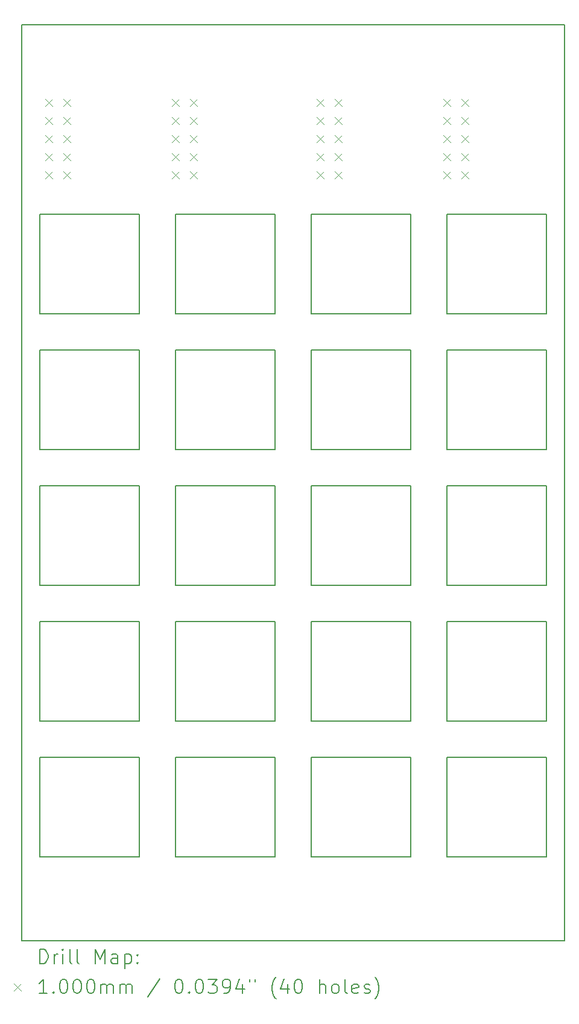
<source format=gbr>
%TF.GenerationSoftware,KiCad,Pcbnew,8.0.6*%
%TF.CreationDate,2024-11-05T14:38:54+11:00*%
%TF.ProjectId,CherrySwitches_3U15HP5x4,43686572-7279-4537-9769-74636865735f,rev?*%
%TF.SameCoordinates,Original*%
%TF.FileFunction,Drillmap*%
%TF.FilePolarity,Positive*%
%FSLAX45Y45*%
G04 Gerber Fmt 4.5, Leading zero omitted, Abs format (unit mm)*
G04 Created by KiCad (PCBNEW 8.0.6) date 2024-11-05 14:38:54*
%MOMM*%
%LPD*%
G01*
G04 APERTURE LIST*
%ADD10C,0.150000*%
%ADD11C,0.200000*%
%ADD12C,0.100000*%
G04 APERTURE END LIST*
D10*
X0Y-242500D02*
X7620000Y-242500D01*
X7620000Y-13092500D01*
X0Y-13092500D01*
X0Y-242500D01*
X5967500Y-8610000D02*
X7367500Y-8610000D01*
X7367500Y-10010000D01*
X5967500Y-10010000D01*
X5967500Y-8610000D01*
X252497Y-4800000D02*
X1652497Y-4800000D01*
X1652497Y-6200000D01*
X252497Y-6200000D01*
X252497Y-4800000D01*
X5967500Y-2895000D02*
X7367500Y-2895000D01*
X7367500Y-4295000D01*
X5967500Y-4295000D01*
X5967500Y-2895000D01*
X252497Y-10515000D02*
X1652497Y-10515000D01*
X1652497Y-11915000D01*
X252497Y-11915000D01*
X252497Y-10515000D01*
X2157500Y-4800000D02*
X3557500Y-4800000D01*
X3557500Y-6200000D01*
X2157500Y-6200000D01*
X2157500Y-4800000D01*
X4062500Y-8610000D02*
X5462500Y-8610000D01*
X5462500Y-10010000D01*
X4062500Y-10010000D01*
X4062500Y-8610000D01*
X4062500Y-2895000D02*
X5462500Y-2895000D01*
X5462500Y-4295000D01*
X4062500Y-4295000D01*
X4062500Y-2895000D01*
X5967500Y-6705000D02*
X7367500Y-6705000D01*
X7367500Y-8105000D01*
X5967500Y-8105000D01*
X5967500Y-6705000D01*
X2157500Y-10515000D02*
X3557500Y-10515000D01*
X3557500Y-11915000D01*
X2157500Y-11915000D01*
X2157500Y-10515000D01*
X5967500Y-4800000D02*
X7367500Y-4800000D01*
X7367500Y-6200000D01*
X5967500Y-6200000D01*
X5967500Y-4800000D01*
X252497Y-2895000D02*
X1652497Y-2895000D01*
X1652497Y-4295000D01*
X252497Y-4295000D01*
X252497Y-2895000D01*
X252497Y-8610000D02*
X1652497Y-8610000D01*
X1652497Y-10010000D01*
X252497Y-10010000D01*
X252497Y-8610000D01*
X4062500Y-6705000D02*
X5462500Y-6705000D01*
X5462500Y-8105000D01*
X4062500Y-8105000D01*
X4062500Y-6705000D01*
X252497Y-6705000D02*
X1652497Y-6705000D01*
X1652497Y-8105000D01*
X252497Y-8105000D01*
X252497Y-6705000D01*
X5967500Y-10515000D02*
X7367500Y-10515000D01*
X7367500Y-11915000D01*
X5967500Y-11915000D01*
X5967500Y-10515000D01*
X2157500Y-6705000D02*
X3557500Y-6705000D01*
X3557500Y-8105000D01*
X2157500Y-8105000D01*
X2157500Y-6705000D01*
X4062500Y-4800000D02*
X5462500Y-4800000D01*
X5462500Y-6200000D01*
X4062500Y-6200000D01*
X4062500Y-4800000D01*
X4062500Y-10515000D02*
X5462500Y-10515000D01*
X5462500Y-11915000D01*
X4062500Y-11915000D01*
X4062500Y-10515000D01*
X2157500Y-2895000D02*
X3557500Y-2895000D01*
X3557500Y-4295000D01*
X2157500Y-4295000D01*
X2157500Y-2895000D01*
X2157500Y-8610000D02*
X3557500Y-8610000D01*
X3557500Y-10010000D01*
X2157500Y-10010000D01*
X2157500Y-8610000D01*
D11*
D12*
X331000Y-1283500D02*
X431000Y-1383500D01*
X431000Y-1283500D02*
X331000Y-1383500D01*
X331000Y-1537500D02*
X431000Y-1637500D01*
X431000Y-1537500D02*
X331000Y-1637500D01*
X331000Y-1791500D02*
X431000Y-1891500D01*
X431000Y-1791500D02*
X331000Y-1891500D01*
X331000Y-2045500D02*
X431000Y-2145500D01*
X431000Y-2045500D02*
X331000Y-2145500D01*
X331000Y-2299500D02*
X431000Y-2399500D01*
X431000Y-2299500D02*
X331000Y-2399500D01*
X585000Y-1283500D02*
X685000Y-1383500D01*
X685000Y-1283500D02*
X585000Y-1383500D01*
X585000Y-1537500D02*
X685000Y-1637500D01*
X685000Y-1537500D02*
X585000Y-1637500D01*
X585000Y-1791500D02*
X685000Y-1891500D01*
X685000Y-1791500D02*
X585000Y-1891500D01*
X585000Y-2045500D02*
X685000Y-2145500D01*
X685000Y-2045500D02*
X585000Y-2145500D01*
X585000Y-2299500D02*
X685000Y-2399500D01*
X685000Y-2299500D02*
X585000Y-2399500D01*
X2109000Y-1283500D02*
X2209000Y-1383500D01*
X2209000Y-1283500D02*
X2109000Y-1383500D01*
X2109000Y-1537500D02*
X2209000Y-1637500D01*
X2209000Y-1537500D02*
X2109000Y-1637500D01*
X2109000Y-1791500D02*
X2209000Y-1891500D01*
X2209000Y-1791500D02*
X2109000Y-1891500D01*
X2109000Y-2045500D02*
X2209000Y-2145500D01*
X2209000Y-2045500D02*
X2109000Y-2145500D01*
X2109000Y-2299500D02*
X2209000Y-2399500D01*
X2209000Y-2299500D02*
X2109000Y-2399500D01*
X2363000Y-1283500D02*
X2463000Y-1383500D01*
X2463000Y-1283500D02*
X2363000Y-1383500D01*
X2363000Y-1537500D02*
X2463000Y-1637500D01*
X2463000Y-1537500D02*
X2363000Y-1637500D01*
X2363000Y-1791500D02*
X2463000Y-1891500D01*
X2463000Y-1791500D02*
X2363000Y-1891500D01*
X2363000Y-2045500D02*
X2463000Y-2145500D01*
X2463000Y-2045500D02*
X2363000Y-2145500D01*
X2363000Y-2299500D02*
X2463000Y-2399500D01*
X2463000Y-2299500D02*
X2363000Y-2399500D01*
X4141000Y-1283500D02*
X4241000Y-1383500D01*
X4241000Y-1283500D02*
X4141000Y-1383500D01*
X4141000Y-1537500D02*
X4241000Y-1637500D01*
X4241000Y-1537500D02*
X4141000Y-1637500D01*
X4141000Y-1791500D02*
X4241000Y-1891500D01*
X4241000Y-1791500D02*
X4141000Y-1891500D01*
X4141000Y-2045500D02*
X4241000Y-2145500D01*
X4241000Y-2045500D02*
X4141000Y-2145500D01*
X4141000Y-2299500D02*
X4241000Y-2399500D01*
X4241000Y-2299500D02*
X4141000Y-2399500D01*
X4395000Y-1283500D02*
X4495000Y-1383500D01*
X4495000Y-1283500D02*
X4395000Y-1383500D01*
X4395000Y-1537500D02*
X4495000Y-1637500D01*
X4495000Y-1537500D02*
X4395000Y-1637500D01*
X4395000Y-1791500D02*
X4495000Y-1891500D01*
X4495000Y-1791500D02*
X4395000Y-1891500D01*
X4395000Y-2045500D02*
X4495000Y-2145500D01*
X4495000Y-2045500D02*
X4395000Y-2145500D01*
X4395000Y-2299500D02*
X4495000Y-2399500D01*
X4495000Y-2299500D02*
X4395000Y-2399500D01*
X5919000Y-1283500D02*
X6019000Y-1383500D01*
X6019000Y-1283500D02*
X5919000Y-1383500D01*
X5919000Y-1537500D02*
X6019000Y-1637500D01*
X6019000Y-1537500D02*
X5919000Y-1637500D01*
X5919000Y-1791500D02*
X6019000Y-1891500D01*
X6019000Y-1791500D02*
X5919000Y-1891500D01*
X5919000Y-2045500D02*
X6019000Y-2145500D01*
X6019000Y-2045500D02*
X5919000Y-2145500D01*
X5919000Y-2299500D02*
X6019000Y-2399500D01*
X6019000Y-2299500D02*
X5919000Y-2399500D01*
X6173000Y-1283500D02*
X6273000Y-1383500D01*
X6273000Y-1283500D02*
X6173000Y-1383500D01*
X6173000Y-1537500D02*
X6273000Y-1637500D01*
X6273000Y-1537500D02*
X6173000Y-1637500D01*
X6173000Y-1791500D02*
X6273000Y-1891500D01*
X6273000Y-1791500D02*
X6173000Y-1891500D01*
X6173000Y-2045500D02*
X6273000Y-2145500D01*
X6273000Y-2045500D02*
X6173000Y-2145500D01*
X6173000Y-2299500D02*
X6273000Y-2399500D01*
X6273000Y-2299500D02*
X6173000Y-2399500D01*
D11*
X253277Y-13411484D02*
X253277Y-13211484D01*
X253277Y-13211484D02*
X300896Y-13211484D01*
X300896Y-13211484D02*
X329467Y-13221008D01*
X329467Y-13221008D02*
X348515Y-13240055D01*
X348515Y-13240055D02*
X358039Y-13259103D01*
X358039Y-13259103D02*
X367562Y-13297198D01*
X367562Y-13297198D02*
X367562Y-13325769D01*
X367562Y-13325769D02*
X358039Y-13363865D01*
X358039Y-13363865D02*
X348515Y-13382912D01*
X348515Y-13382912D02*
X329467Y-13401960D01*
X329467Y-13401960D02*
X300896Y-13411484D01*
X300896Y-13411484D02*
X253277Y-13411484D01*
X453277Y-13411484D02*
X453277Y-13278150D01*
X453277Y-13316246D02*
X462801Y-13297198D01*
X462801Y-13297198D02*
X472324Y-13287674D01*
X472324Y-13287674D02*
X491372Y-13278150D01*
X491372Y-13278150D02*
X510420Y-13278150D01*
X577086Y-13411484D02*
X577086Y-13278150D01*
X577086Y-13211484D02*
X567563Y-13221008D01*
X567563Y-13221008D02*
X577086Y-13230531D01*
X577086Y-13230531D02*
X586610Y-13221008D01*
X586610Y-13221008D02*
X577086Y-13211484D01*
X577086Y-13211484D02*
X577086Y-13230531D01*
X700896Y-13411484D02*
X681848Y-13401960D01*
X681848Y-13401960D02*
X672324Y-13382912D01*
X672324Y-13382912D02*
X672324Y-13211484D01*
X805658Y-13411484D02*
X786610Y-13401960D01*
X786610Y-13401960D02*
X777086Y-13382912D01*
X777086Y-13382912D02*
X777086Y-13211484D01*
X1034229Y-13411484D02*
X1034229Y-13211484D01*
X1034229Y-13211484D02*
X1100896Y-13354341D01*
X1100896Y-13354341D02*
X1167563Y-13211484D01*
X1167563Y-13211484D02*
X1167563Y-13411484D01*
X1348515Y-13411484D02*
X1348515Y-13306722D01*
X1348515Y-13306722D02*
X1338991Y-13287674D01*
X1338991Y-13287674D02*
X1319944Y-13278150D01*
X1319944Y-13278150D02*
X1281848Y-13278150D01*
X1281848Y-13278150D02*
X1262801Y-13287674D01*
X1348515Y-13401960D02*
X1329467Y-13411484D01*
X1329467Y-13411484D02*
X1281848Y-13411484D01*
X1281848Y-13411484D02*
X1262801Y-13401960D01*
X1262801Y-13401960D02*
X1253277Y-13382912D01*
X1253277Y-13382912D02*
X1253277Y-13363865D01*
X1253277Y-13363865D02*
X1262801Y-13344817D01*
X1262801Y-13344817D02*
X1281848Y-13335293D01*
X1281848Y-13335293D02*
X1329467Y-13335293D01*
X1329467Y-13335293D02*
X1348515Y-13325769D01*
X1443753Y-13278150D02*
X1443753Y-13478150D01*
X1443753Y-13287674D02*
X1462801Y-13278150D01*
X1462801Y-13278150D02*
X1500896Y-13278150D01*
X1500896Y-13278150D02*
X1519943Y-13287674D01*
X1519943Y-13287674D02*
X1529467Y-13297198D01*
X1529467Y-13297198D02*
X1538991Y-13316246D01*
X1538991Y-13316246D02*
X1538991Y-13373388D01*
X1538991Y-13373388D02*
X1529467Y-13392436D01*
X1529467Y-13392436D02*
X1519943Y-13401960D01*
X1519943Y-13401960D02*
X1500896Y-13411484D01*
X1500896Y-13411484D02*
X1462801Y-13411484D01*
X1462801Y-13411484D02*
X1443753Y-13401960D01*
X1624705Y-13392436D02*
X1634229Y-13401960D01*
X1634229Y-13401960D02*
X1624705Y-13411484D01*
X1624705Y-13411484D02*
X1615182Y-13401960D01*
X1615182Y-13401960D02*
X1624705Y-13392436D01*
X1624705Y-13392436D02*
X1624705Y-13411484D01*
X1624705Y-13287674D02*
X1634229Y-13297198D01*
X1634229Y-13297198D02*
X1624705Y-13306722D01*
X1624705Y-13306722D02*
X1615182Y-13297198D01*
X1615182Y-13297198D02*
X1624705Y-13287674D01*
X1624705Y-13287674D02*
X1624705Y-13306722D01*
D12*
X-107500Y-13690000D02*
X-7500Y-13790000D01*
X-7500Y-13690000D02*
X-107500Y-13790000D01*
D11*
X358039Y-13831484D02*
X243753Y-13831484D01*
X300896Y-13831484D02*
X300896Y-13631484D01*
X300896Y-13631484D02*
X281848Y-13660055D01*
X281848Y-13660055D02*
X262801Y-13679103D01*
X262801Y-13679103D02*
X243753Y-13688627D01*
X443753Y-13812436D02*
X453277Y-13821960D01*
X453277Y-13821960D02*
X443753Y-13831484D01*
X443753Y-13831484D02*
X434229Y-13821960D01*
X434229Y-13821960D02*
X443753Y-13812436D01*
X443753Y-13812436D02*
X443753Y-13831484D01*
X577086Y-13631484D02*
X596134Y-13631484D01*
X596134Y-13631484D02*
X615182Y-13641008D01*
X615182Y-13641008D02*
X624705Y-13650531D01*
X624705Y-13650531D02*
X634229Y-13669579D01*
X634229Y-13669579D02*
X643753Y-13707674D01*
X643753Y-13707674D02*
X643753Y-13755293D01*
X643753Y-13755293D02*
X634229Y-13793388D01*
X634229Y-13793388D02*
X624705Y-13812436D01*
X624705Y-13812436D02*
X615182Y-13821960D01*
X615182Y-13821960D02*
X596134Y-13831484D01*
X596134Y-13831484D02*
X577086Y-13831484D01*
X577086Y-13831484D02*
X558039Y-13821960D01*
X558039Y-13821960D02*
X548515Y-13812436D01*
X548515Y-13812436D02*
X538991Y-13793388D01*
X538991Y-13793388D02*
X529467Y-13755293D01*
X529467Y-13755293D02*
X529467Y-13707674D01*
X529467Y-13707674D02*
X538991Y-13669579D01*
X538991Y-13669579D02*
X548515Y-13650531D01*
X548515Y-13650531D02*
X558039Y-13641008D01*
X558039Y-13641008D02*
X577086Y-13631484D01*
X767562Y-13631484D02*
X786610Y-13631484D01*
X786610Y-13631484D02*
X805658Y-13641008D01*
X805658Y-13641008D02*
X815182Y-13650531D01*
X815182Y-13650531D02*
X824705Y-13669579D01*
X824705Y-13669579D02*
X834229Y-13707674D01*
X834229Y-13707674D02*
X834229Y-13755293D01*
X834229Y-13755293D02*
X824705Y-13793388D01*
X824705Y-13793388D02*
X815182Y-13812436D01*
X815182Y-13812436D02*
X805658Y-13821960D01*
X805658Y-13821960D02*
X786610Y-13831484D01*
X786610Y-13831484D02*
X767562Y-13831484D01*
X767562Y-13831484D02*
X748515Y-13821960D01*
X748515Y-13821960D02*
X738991Y-13812436D01*
X738991Y-13812436D02*
X729467Y-13793388D01*
X729467Y-13793388D02*
X719943Y-13755293D01*
X719943Y-13755293D02*
X719943Y-13707674D01*
X719943Y-13707674D02*
X729467Y-13669579D01*
X729467Y-13669579D02*
X738991Y-13650531D01*
X738991Y-13650531D02*
X748515Y-13641008D01*
X748515Y-13641008D02*
X767562Y-13631484D01*
X958039Y-13631484D02*
X977086Y-13631484D01*
X977086Y-13631484D02*
X996134Y-13641008D01*
X996134Y-13641008D02*
X1005658Y-13650531D01*
X1005658Y-13650531D02*
X1015182Y-13669579D01*
X1015182Y-13669579D02*
X1024705Y-13707674D01*
X1024705Y-13707674D02*
X1024705Y-13755293D01*
X1024705Y-13755293D02*
X1015182Y-13793388D01*
X1015182Y-13793388D02*
X1005658Y-13812436D01*
X1005658Y-13812436D02*
X996134Y-13821960D01*
X996134Y-13821960D02*
X977086Y-13831484D01*
X977086Y-13831484D02*
X958039Y-13831484D01*
X958039Y-13831484D02*
X938991Y-13821960D01*
X938991Y-13821960D02*
X929467Y-13812436D01*
X929467Y-13812436D02*
X919943Y-13793388D01*
X919943Y-13793388D02*
X910420Y-13755293D01*
X910420Y-13755293D02*
X910420Y-13707674D01*
X910420Y-13707674D02*
X919943Y-13669579D01*
X919943Y-13669579D02*
X929467Y-13650531D01*
X929467Y-13650531D02*
X938991Y-13641008D01*
X938991Y-13641008D02*
X958039Y-13631484D01*
X1110420Y-13831484D02*
X1110420Y-13698150D01*
X1110420Y-13717198D02*
X1119944Y-13707674D01*
X1119944Y-13707674D02*
X1138991Y-13698150D01*
X1138991Y-13698150D02*
X1167563Y-13698150D01*
X1167563Y-13698150D02*
X1186610Y-13707674D01*
X1186610Y-13707674D02*
X1196134Y-13726722D01*
X1196134Y-13726722D02*
X1196134Y-13831484D01*
X1196134Y-13726722D02*
X1205658Y-13707674D01*
X1205658Y-13707674D02*
X1224705Y-13698150D01*
X1224705Y-13698150D02*
X1253277Y-13698150D01*
X1253277Y-13698150D02*
X1272325Y-13707674D01*
X1272325Y-13707674D02*
X1281848Y-13726722D01*
X1281848Y-13726722D02*
X1281848Y-13831484D01*
X1377086Y-13831484D02*
X1377086Y-13698150D01*
X1377086Y-13717198D02*
X1386610Y-13707674D01*
X1386610Y-13707674D02*
X1405658Y-13698150D01*
X1405658Y-13698150D02*
X1434229Y-13698150D01*
X1434229Y-13698150D02*
X1453277Y-13707674D01*
X1453277Y-13707674D02*
X1462801Y-13726722D01*
X1462801Y-13726722D02*
X1462801Y-13831484D01*
X1462801Y-13726722D02*
X1472324Y-13707674D01*
X1472324Y-13707674D02*
X1491372Y-13698150D01*
X1491372Y-13698150D02*
X1519943Y-13698150D01*
X1519943Y-13698150D02*
X1538991Y-13707674D01*
X1538991Y-13707674D02*
X1548515Y-13726722D01*
X1548515Y-13726722D02*
X1548515Y-13831484D01*
X1938991Y-13621960D02*
X1767563Y-13879103D01*
X2196134Y-13631484D02*
X2215182Y-13631484D01*
X2215182Y-13631484D02*
X2234229Y-13641008D01*
X2234229Y-13641008D02*
X2243753Y-13650531D01*
X2243753Y-13650531D02*
X2253277Y-13669579D01*
X2253277Y-13669579D02*
X2262801Y-13707674D01*
X2262801Y-13707674D02*
X2262801Y-13755293D01*
X2262801Y-13755293D02*
X2253277Y-13793388D01*
X2253277Y-13793388D02*
X2243753Y-13812436D01*
X2243753Y-13812436D02*
X2234229Y-13821960D01*
X2234229Y-13821960D02*
X2215182Y-13831484D01*
X2215182Y-13831484D02*
X2196134Y-13831484D01*
X2196134Y-13831484D02*
X2177087Y-13821960D01*
X2177087Y-13821960D02*
X2167563Y-13812436D01*
X2167563Y-13812436D02*
X2158039Y-13793388D01*
X2158039Y-13793388D02*
X2148515Y-13755293D01*
X2148515Y-13755293D02*
X2148515Y-13707674D01*
X2148515Y-13707674D02*
X2158039Y-13669579D01*
X2158039Y-13669579D02*
X2167563Y-13650531D01*
X2167563Y-13650531D02*
X2177087Y-13641008D01*
X2177087Y-13641008D02*
X2196134Y-13631484D01*
X2348515Y-13812436D02*
X2358039Y-13821960D01*
X2358039Y-13821960D02*
X2348515Y-13831484D01*
X2348515Y-13831484D02*
X2338991Y-13821960D01*
X2338991Y-13821960D02*
X2348515Y-13812436D01*
X2348515Y-13812436D02*
X2348515Y-13831484D01*
X2481848Y-13631484D02*
X2500896Y-13631484D01*
X2500896Y-13631484D02*
X2519944Y-13641008D01*
X2519944Y-13641008D02*
X2529468Y-13650531D01*
X2529468Y-13650531D02*
X2538991Y-13669579D01*
X2538991Y-13669579D02*
X2548515Y-13707674D01*
X2548515Y-13707674D02*
X2548515Y-13755293D01*
X2548515Y-13755293D02*
X2538991Y-13793388D01*
X2538991Y-13793388D02*
X2529468Y-13812436D01*
X2529468Y-13812436D02*
X2519944Y-13821960D01*
X2519944Y-13821960D02*
X2500896Y-13831484D01*
X2500896Y-13831484D02*
X2481848Y-13831484D01*
X2481848Y-13831484D02*
X2462801Y-13821960D01*
X2462801Y-13821960D02*
X2453277Y-13812436D01*
X2453277Y-13812436D02*
X2443753Y-13793388D01*
X2443753Y-13793388D02*
X2434229Y-13755293D01*
X2434229Y-13755293D02*
X2434229Y-13707674D01*
X2434229Y-13707674D02*
X2443753Y-13669579D01*
X2443753Y-13669579D02*
X2453277Y-13650531D01*
X2453277Y-13650531D02*
X2462801Y-13641008D01*
X2462801Y-13641008D02*
X2481848Y-13631484D01*
X2615182Y-13631484D02*
X2738991Y-13631484D01*
X2738991Y-13631484D02*
X2672325Y-13707674D01*
X2672325Y-13707674D02*
X2700896Y-13707674D01*
X2700896Y-13707674D02*
X2719944Y-13717198D01*
X2719944Y-13717198D02*
X2729468Y-13726722D01*
X2729468Y-13726722D02*
X2738991Y-13745769D01*
X2738991Y-13745769D02*
X2738991Y-13793388D01*
X2738991Y-13793388D02*
X2729468Y-13812436D01*
X2729468Y-13812436D02*
X2719944Y-13821960D01*
X2719944Y-13821960D02*
X2700896Y-13831484D01*
X2700896Y-13831484D02*
X2643753Y-13831484D01*
X2643753Y-13831484D02*
X2624706Y-13821960D01*
X2624706Y-13821960D02*
X2615182Y-13812436D01*
X2834229Y-13831484D02*
X2872325Y-13831484D01*
X2872325Y-13831484D02*
X2891372Y-13821960D01*
X2891372Y-13821960D02*
X2900896Y-13812436D01*
X2900896Y-13812436D02*
X2919944Y-13783865D01*
X2919944Y-13783865D02*
X2929467Y-13745769D01*
X2929467Y-13745769D02*
X2929467Y-13669579D01*
X2929467Y-13669579D02*
X2919944Y-13650531D01*
X2919944Y-13650531D02*
X2910420Y-13641008D01*
X2910420Y-13641008D02*
X2891372Y-13631484D01*
X2891372Y-13631484D02*
X2853277Y-13631484D01*
X2853277Y-13631484D02*
X2834229Y-13641008D01*
X2834229Y-13641008D02*
X2824706Y-13650531D01*
X2824706Y-13650531D02*
X2815182Y-13669579D01*
X2815182Y-13669579D02*
X2815182Y-13717198D01*
X2815182Y-13717198D02*
X2824706Y-13736246D01*
X2824706Y-13736246D02*
X2834229Y-13745769D01*
X2834229Y-13745769D02*
X2853277Y-13755293D01*
X2853277Y-13755293D02*
X2891372Y-13755293D01*
X2891372Y-13755293D02*
X2910420Y-13745769D01*
X2910420Y-13745769D02*
X2919944Y-13736246D01*
X2919944Y-13736246D02*
X2929467Y-13717198D01*
X3100896Y-13698150D02*
X3100896Y-13831484D01*
X3053277Y-13621960D02*
X3005658Y-13764817D01*
X3005658Y-13764817D02*
X3129467Y-13764817D01*
X3196134Y-13631484D02*
X3196134Y-13669579D01*
X3272325Y-13631484D02*
X3272325Y-13669579D01*
X3567563Y-13907674D02*
X3558039Y-13898150D01*
X3558039Y-13898150D02*
X3538991Y-13869579D01*
X3538991Y-13869579D02*
X3529468Y-13850531D01*
X3529468Y-13850531D02*
X3519944Y-13821960D01*
X3519944Y-13821960D02*
X3510420Y-13774341D01*
X3510420Y-13774341D02*
X3510420Y-13736246D01*
X3510420Y-13736246D02*
X3519944Y-13688627D01*
X3519944Y-13688627D02*
X3529468Y-13660055D01*
X3529468Y-13660055D02*
X3538991Y-13641008D01*
X3538991Y-13641008D02*
X3558039Y-13612436D01*
X3558039Y-13612436D02*
X3567563Y-13602912D01*
X3729468Y-13698150D02*
X3729468Y-13831484D01*
X3681848Y-13621960D02*
X3634229Y-13764817D01*
X3634229Y-13764817D02*
X3758039Y-13764817D01*
X3872325Y-13631484D02*
X3891372Y-13631484D01*
X3891372Y-13631484D02*
X3910420Y-13641008D01*
X3910420Y-13641008D02*
X3919944Y-13650531D01*
X3919944Y-13650531D02*
X3929468Y-13669579D01*
X3929468Y-13669579D02*
X3938991Y-13707674D01*
X3938991Y-13707674D02*
X3938991Y-13755293D01*
X3938991Y-13755293D02*
X3929468Y-13793388D01*
X3929468Y-13793388D02*
X3919944Y-13812436D01*
X3919944Y-13812436D02*
X3910420Y-13821960D01*
X3910420Y-13821960D02*
X3891372Y-13831484D01*
X3891372Y-13831484D02*
X3872325Y-13831484D01*
X3872325Y-13831484D02*
X3853277Y-13821960D01*
X3853277Y-13821960D02*
X3843753Y-13812436D01*
X3843753Y-13812436D02*
X3834229Y-13793388D01*
X3834229Y-13793388D02*
X3824706Y-13755293D01*
X3824706Y-13755293D02*
X3824706Y-13707674D01*
X3824706Y-13707674D02*
X3834229Y-13669579D01*
X3834229Y-13669579D02*
X3843753Y-13650531D01*
X3843753Y-13650531D02*
X3853277Y-13641008D01*
X3853277Y-13641008D02*
X3872325Y-13631484D01*
X4177087Y-13831484D02*
X4177087Y-13631484D01*
X4262801Y-13831484D02*
X4262801Y-13726722D01*
X4262801Y-13726722D02*
X4253277Y-13707674D01*
X4253277Y-13707674D02*
X4234230Y-13698150D01*
X4234230Y-13698150D02*
X4205658Y-13698150D01*
X4205658Y-13698150D02*
X4186610Y-13707674D01*
X4186610Y-13707674D02*
X4177087Y-13717198D01*
X4386611Y-13831484D02*
X4367563Y-13821960D01*
X4367563Y-13821960D02*
X4358039Y-13812436D01*
X4358039Y-13812436D02*
X4348515Y-13793388D01*
X4348515Y-13793388D02*
X4348515Y-13736246D01*
X4348515Y-13736246D02*
X4358039Y-13717198D01*
X4358039Y-13717198D02*
X4367563Y-13707674D01*
X4367563Y-13707674D02*
X4386611Y-13698150D01*
X4386611Y-13698150D02*
X4415182Y-13698150D01*
X4415182Y-13698150D02*
X4434230Y-13707674D01*
X4434230Y-13707674D02*
X4443753Y-13717198D01*
X4443753Y-13717198D02*
X4453277Y-13736246D01*
X4453277Y-13736246D02*
X4453277Y-13793388D01*
X4453277Y-13793388D02*
X4443753Y-13812436D01*
X4443753Y-13812436D02*
X4434230Y-13821960D01*
X4434230Y-13821960D02*
X4415182Y-13831484D01*
X4415182Y-13831484D02*
X4386611Y-13831484D01*
X4567563Y-13831484D02*
X4548515Y-13821960D01*
X4548515Y-13821960D02*
X4538992Y-13802912D01*
X4538992Y-13802912D02*
X4538992Y-13631484D01*
X4719944Y-13821960D02*
X4700896Y-13831484D01*
X4700896Y-13831484D02*
X4662801Y-13831484D01*
X4662801Y-13831484D02*
X4643753Y-13821960D01*
X4643753Y-13821960D02*
X4634230Y-13802912D01*
X4634230Y-13802912D02*
X4634230Y-13726722D01*
X4634230Y-13726722D02*
X4643753Y-13707674D01*
X4643753Y-13707674D02*
X4662801Y-13698150D01*
X4662801Y-13698150D02*
X4700896Y-13698150D01*
X4700896Y-13698150D02*
X4719944Y-13707674D01*
X4719944Y-13707674D02*
X4729468Y-13726722D01*
X4729468Y-13726722D02*
X4729468Y-13745769D01*
X4729468Y-13745769D02*
X4634230Y-13764817D01*
X4805658Y-13821960D02*
X4824706Y-13831484D01*
X4824706Y-13831484D02*
X4862801Y-13831484D01*
X4862801Y-13831484D02*
X4881849Y-13821960D01*
X4881849Y-13821960D02*
X4891373Y-13802912D01*
X4891373Y-13802912D02*
X4891373Y-13793388D01*
X4891373Y-13793388D02*
X4881849Y-13774341D01*
X4881849Y-13774341D02*
X4862801Y-13764817D01*
X4862801Y-13764817D02*
X4834230Y-13764817D01*
X4834230Y-13764817D02*
X4815182Y-13755293D01*
X4815182Y-13755293D02*
X4805658Y-13736246D01*
X4805658Y-13736246D02*
X4805658Y-13726722D01*
X4805658Y-13726722D02*
X4815182Y-13707674D01*
X4815182Y-13707674D02*
X4834230Y-13698150D01*
X4834230Y-13698150D02*
X4862801Y-13698150D01*
X4862801Y-13698150D02*
X4881849Y-13707674D01*
X4958039Y-13907674D02*
X4967563Y-13898150D01*
X4967563Y-13898150D02*
X4986611Y-13869579D01*
X4986611Y-13869579D02*
X4996134Y-13850531D01*
X4996134Y-13850531D02*
X5005658Y-13821960D01*
X5005658Y-13821960D02*
X5015182Y-13774341D01*
X5015182Y-13774341D02*
X5015182Y-13736246D01*
X5015182Y-13736246D02*
X5005658Y-13688627D01*
X5005658Y-13688627D02*
X4996134Y-13660055D01*
X4996134Y-13660055D02*
X4986611Y-13641008D01*
X4986611Y-13641008D02*
X4967563Y-13612436D01*
X4967563Y-13612436D02*
X4958039Y-13602912D01*
M02*

</source>
